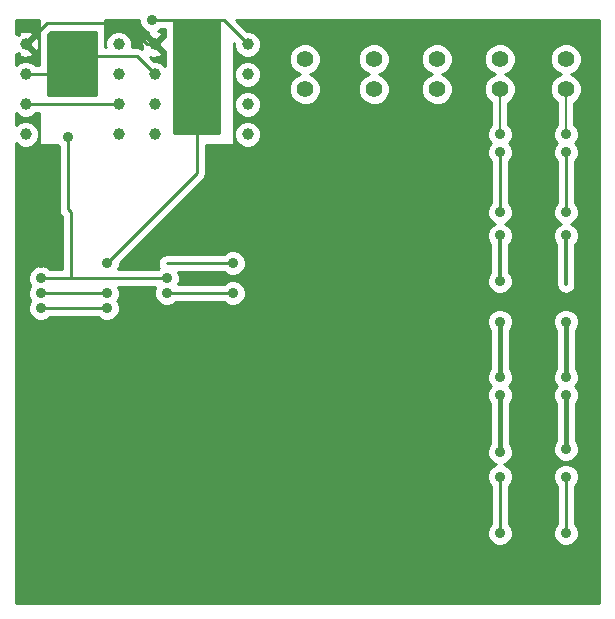
<source format=gbl>
G04 (created by PCBNEW (2013-07-07 BZR 4022)-stable) date 1/30/2014 9:36:02 PM*
%MOIN*%
G04 Gerber Fmt 3.4, Leading zero omitted, Abs format*
%FSLAX34Y34*%
G01*
G70*
G90*
G04 APERTURE LIST*
%ADD10C,0.00590551*%
%ADD11C,0.055*%
%ADD12C,0.0393701*%
%ADD13C,0.035*%
%ADD14C,0.01*%
%ADD15C,0.016*%
%ADD16C,0.018*%
%ADD17C,0.008*%
%ADD18C,0.014*%
G04 APERTURE END LIST*
G54D10*
G54D11*
X92700Y-48300D03*
X92700Y-49300D03*
X88500Y-48300D03*
X88500Y-49300D03*
X86200Y-48300D03*
X86200Y-49300D03*
X90600Y-48300D03*
X90600Y-49300D03*
X94900Y-48300D03*
X94900Y-49300D03*
G54D12*
X81200Y-47800D03*
X81200Y-48800D03*
X81200Y-49800D03*
X81200Y-50800D03*
X84300Y-50800D03*
X84300Y-49800D03*
X84300Y-48800D03*
X84300Y-47800D03*
X76900Y-47800D03*
X76900Y-48800D03*
X76900Y-49800D03*
X76900Y-50800D03*
X80000Y-50800D03*
X80000Y-49800D03*
X80000Y-48800D03*
X80000Y-47800D03*
G54D13*
X77400Y-55100D03*
X81200Y-47800D03*
X76900Y-47800D03*
X81000Y-55100D03*
X94900Y-65259D03*
X92700Y-65259D03*
X90600Y-65259D03*
X88500Y-65259D03*
X86200Y-65259D03*
X92700Y-57050D03*
X92700Y-58900D03*
X94900Y-57050D03*
X94900Y-58900D03*
X94900Y-59495D03*
X94900Y-61300D03*
X92700Y-59495D03*
X92700Y-61400D03*
X76900Y-49800D03*
X80000Y-49800D03*
X94900Y-62213D03*
X94900Y-64100D03*
X92700Y-49300D03*
X92700Y-50800D03*
X94900Y-49300D03*
X94900Y-50800D03*
X77400Y-56600D03*
X79600Y-56600D03*
X81600Y-56100D03*
X83800Y-56100D03*
X94900Y-51400D03*
X94900Y-53400D03*
X94900Y-54175D03*
X92700Y-51400D03*
X92700Y-53400D03*
X92700Y-54175D03*
X92700Y-55700D03*
X92700Y-62213D03*
X92700Y-64100D03*
X77400Y-56100D03*
X79600Y-56100D03*
X78300Y-50900D03*
X78400Y-48800D03*
X81200Y-48800D03*
X76900Y-48800D03*
X77400Y-55600D03*
X81600Y-55600D03*
X79604Y-55100D03*
X84300Y-47800D03*
X81100Y-47000D03*
X83804Y-55100D03*
G54D14*
X81200Y-47800D02*
X80950Y-47800D01*
X77600Y-47100D02*
X76900Y-47800D01*
X80250Y-47100D02*
X77600Y-47100D01*
X80950Y-47800D02*
X80250Y-47100D01*
X94900Y-65259D02*
X94900Y-65300D01*
X92700Y-65259D02*
X92700Y-65300D01*
X90600Y-65259D02*
X90600Y-65300D01*
X88400Y-65300D02*
X88459Y-65300D01*
X88459Y-65300D02*
X88500Y-65259D01*
X86200Y-65259D02*
X86200Y-65300D01*
G54D15*
X92700Y-58900D02*
X92700Y-57050D01*
X94900Y-58900D02*
X94900Y-57050D01*
G54D16*
X94900Y-61300D02*
X94900Y-59495D01*
X92700Y-61400D02*
X92700Y-59495D01*
G54D14*
X76900Y-49800D02*
X80000Y-49800D01*
X94900Y-64100D02*
X94900Y-62213D01*
G54D17*
X92700Y-49300D02*
X92700Y-50800D01*
X94900Y-49300D02*
X94900Y-50800D01*
G54D14*
X79600Y-56600D02*
X77400Y-56600D01*
X81600Y-56100D02*
X83800Y-56100D01*
X94900Y-53400D02*
X94900Y-51400D01*
G54D18*
X94900Y-54175D02*
X94900Y-55800D01*
G54D14*
X92700Y-53400D02*
X92700Y-51400D01*
G54D18*
X92700Y-55700D02*
X92700Y-54175D01*
G54D14*
X92700Y-64100D02*
X92700Y-62213D01*
X79600Y-56100D02*
X77400Y-56100D01*
X80600Y-48200D02*
X79000Y-48200D01*
X81200Y-48800D02*
X80600Y-48200D01*
X79000Y-48200D02*
X78400Y-48800D01*
X78400Y-55600D02*
X78400Y-53400D01*
X78400Y-53400D02*
X78300Y-53300D01*
X78300Y-53300D02*
X78300Y-50900D01*
X78400Y-48800D02*
X76900Y-48800D01*
X77400Y-55600D02*
X78400Y-55600D01*
X78400Y-55600D02*
X81600Y-55600D01*
X82600Y-47000D02*
X82600Y-52104D01*
X82600Y-52104D02*
X79604Y-55100D01*
X84300Y-47800D02*
X83500Y-47000D01*
X83500Y-47000D02*
X82600Y-47000D01*
X82600Y-47000D02*
X81100Y-47000D01*
X83804Y-55100D02*
X81600Y-55100D01*
G54D10*
G36*
X77350Y-48500D02*
X77231Y-48500D01*
X77153Y-48421D01*
X77140Y-48415D01*
X76989Y-48353D01*
X76811Y-48353D01*
X76647Y-48420D01*
X76579Y-48488D01*
X76579Y-48122D01*
X76613Y-48156D01*
X76659Y-48111D01*
X76674Y-48195D01*
X76842Y-48252D01*
X77020Y-48239D01*
X77125Y-48195D01*
X77140Y-48111D01*
X76900Y-47870D01*
X76894Y-47876D01*
X76823Y-47805D01*
X76829Y-47800D01*
X76823Y-47794D01*
X76894Y-47723D01*
X76900Y-47729D01*
X77140Y-47488D01*
X77125Y-47404D01*
X76957Y-47347D01*
X76779Y-47360D01*
X76674Y-47404D01*
X76659Y-47488D01*
X76613Y-47443D01*
X76579Y-47477D01*
X76579Y-46979D01*
X77350Y-46979D01*
X77350Y-47828D01*
X77339Y-47679D01*
X77295Y-47574D01*
X77211Y-47559D01*
X77140Y-47630D01*
X76970Y-47800D01*
X77211Y-48040D01*
X77295Y-48025D01*
X77350Y-47863D01*
X77350Y-48500D01*
X77350Y-48500D01*
G37*
G54D14*
X77350Y-48500D02*
X77231Y-48500D01*
X77153Y-48421D01*
X77140Y-48415D01*
X76989Y-48353D01*
X76811Y-48353D01*
X76647Y-48420D01*
X76579Y-48488D01*
X76579Y-48122D01*
X76613Y-48156D01*
X76659Y-48111D01*
X76674Y-48195D01*
X76842Y-48252D01*
X77020Y-48239D01*
X77125Y-48195D01*
X77140Y-48111D01*
X76900Y-47870D01*
X76894Y-47876D01*
X76823Y-47805D01*
X76829Y-47800D01*
X76823Y-47794D01*
X76894Y-47723D01*
X76900Y-47729D01*
X77140Y-47488D01*
X77125Y-47404D01*
X76957Y-47347D01*
X76779Y-47360D01*
X76674Y-47404D01*
X76659Y-47488D01*
X76613Y-47443D01*
X76579Y-47477D01*
X76579Y-46979D01*
X77350Y-46979D01*
X77350Y-47828D01*
X77339Y-47679D01*
X77295Y-47574D01*
X77211Y-47559D01*
X77140Y-47630D01*
X76970Y-47800D01*
X77211Y-48040D01*
X77295Y-48025D01*
X77350Y-47863D01*
X77350Y-48500D01*
G54D10*
G36*
X81550Y-48518D02*
X81453Y-48421D01*
X81289Y-48353D01*
X81177Y-48353D01*
X81042Y-48218D01*
X81142Y-48252D01*
X81320Y-48239D01*
X81425Y-48195D01*
X81440Y-48111D01*
X81200Y-47870D01*
X81194Y-47876D01*
X81123Y-47805D01*
X81129Y-47800D01*
X80888Y-47559D01*
X80804Y-47574D01*
X80747Y-47742D01*
X80760Y-47920D01*
X80779Y-47966D01*
X80714Y-47922D01*
X80600Y-47900D01*
X80442Y-47900D01*
X80446Y-47889D01*
X80446Y-47711D01*
X80379Y-47547D01*
X80253Y-47421D01*
X80089Y-47353D01*
X79911Y-47353D01*
X79747Y-47420D01*
X79621Y-47546D01*
X79553Y-47710D01*
X79553Y-47888D01*
X79557Y-47900D01*
X79550Y-47900D01*
X79550Y-46979D01*
X80675Y-46979D01*
X80674Y-47084D01*
X80739Y-47240D01*
X80858Y-47360D01*
X80973Y-47407D01*
X80959Y-47488D01*
X81200Y-47729D01*
X81440Y-47488D01*
X81425Y-47404D01*
X81319Y-47368D01*
X81340Y-47360D01*
X81401Y-47300D01*
X81550Y-47300D01*
X81550Y-47566D01*
X81511Y-47559D01*
X81270Y-47800D01*
X81511Y-48040D01*
X81550Y-48033D01*
X81550Y-48518D01*
X81550Y-48518D01*
G37*
G54D14*
X81550Y-48518D02*
X81453Y-48421D01*
X81289Y-48353D01*
X81177Y-48353D01*
X81042Y-48218D01*
X81142Y-48252D01*
X81320Y-48239D01*
X81425Y-48195D01*
X81440Y-48111D01*
X81200Y-47870D01*
X81194Y-47876D01*
X81123Y-47805D01*
X81129Y-47800D01*
X80888Y-47559D01*
X80804Y-47574D01*
X80747Y-47742D01*
X80760Y-47920D01*
X80779Y-47966D01*
X80714Y-47922D01*
X80600Y-47900D01*
X80442Y-47900D01*
X80446Y-47889D01*
X80446Y-47711D01*
X80379Y-47547D01*
X80253Y-47421D01*
X80089Y-47353D01*
X79911Y-47353D01*
X79747Y-47420D01*
X79621Y-47546D01*
X79553Y-47710D01*
X79553Y-47888D01*
X79557Y-47900D01*
X79550Y-47900D01*
X79550Y-46979D01*
X80675Y-46979D01*
X80674Y-47084D01*
X80739Y-47240D01*
X80858Y-47360D01*
X80973Y-47407D01*
X80959Y-47488D01*
X81200Y-47729D01*
X81440Y-47488D01*
X81425Y-47404D01*
X81319Y-47368D01*
X81340Y-47360D01*
X81401Y-47300D01*
X81550Y-47300D01*
X81550Y-47566D01*
X81511Y-47559D01*
X81270Y-47800D01*
X81511Y-48040D01*
X81550Y-48033D01*
X81550Y-48518D01*
G54D10*
G36*
X96020Y-66420D02*
X95425Y-66420D01*
X95425Y-49196D01*
X95345Y-49003D01*
X95197Y-48855D01*
X95064Y-48799D01*
X95197Y-48745D01*
X95344Y-48597D01*
X95424Y-48404D01*
X95425Y-48196D01*
X95345Y-48003D01*
X95197Y-47855D01*
X95004Y-47775D01*
X94796Y-47774D01*
X94603Y-47854D01*
X94455Y-48002D01*
X94375Y-48195D01*
X94374Y-48403D01*
X94454Y-48597D01*
X94602Y-48744D01*
X94735Y-48800D01*
X94603Y-48854D01*
X94455Y-49002D01*
X94375Y-49195D01*
X94374Y-49403D01*
X94454Y-49597D01*
X94602Y-49744D01*
X94610Y-49748D01*
X94610Y-50488D01*
X94539Y-50558D01*
X94475Y-50715D01*
X94474Y-50884D01*
X94539Y-51040D01*
X94598Y-51099D01*
X94539Y-51158D01*
X94475Y-51315D01*
X94474Y-51484D01*
X94539Y-51640D01*
X94600Y-51701D01*
X94600Y-53098D01*
X94539Y-53158D01*
X94475Y-53315D01*
X94474Y-53484D01*
X94539Y-53640D01*
X94658Y-53760D01*
X94724Y-53787D01*
X94659Y-53814D01*
X94539Y-53933D01*
X94475Y-54090D01*
X94474Y-54259D01*
X94539Y-54415D01*
X94580Y-54456D01*
X94580Y-55800D01*
X94604Y-55922D01*
X94673Y-56026D01*
X94777Y-56095D01*
X94900Y-56120D01*
X95022Y-56095D01*
X95126Y-56026D01*
X95195Y-55922D01*
X95220Y-55800D01*
X95220Y-54456D01*
X95260Y-54416D01*
X95324Y-54259D01*
X95325Y-54090D01*
X95260Y-53934D01*
X95141Y-53814D01*
X95075Y-53787D01*
X95140Y-53760D01*
X95260Y-53641D01*
X95324Y-53484D01*
X95325Y-53315D01*
X95260Y-53159D01*
X95200Y-53098D01*
X95200Y-51701D01*
X95260Y-51641D01*
X95324Y-51484D01*
X95325Y-51315D01*
X95260Y-51159D01*
X95201Y-51100D01*
X95260Y-51041D01*
X95324Y-50884D01*
X95325Y-50715D01*
X95260Y-50559D01*
X95190Y-50488D01*
X95190Y-49748D01*
X95197Y-49745D01*
X95344Y-49597D01*
X95424Y-49404D01*
X95425Y-49196D01*
X95425Y-66420D01*
X95325Y-66420D01*
X95325Y-64015D01*
X95260Y-63859D01*
X95200Y-63798D01*
X95200Y-62514D01*
X95260Y-62454D01*
X95324Y-62297D01*
X95325Y-62128D01*
X95325Y-61215D01*
X95260Y-61059D01*
X95240Y-61039D01*
X95240Y-59756D01*
X95260Y-59736D01*
X95324Y-59579D01*
X95325Y-59410D01*
X95260Y-59254D01*
X95203Y-59197D01*
X95260Y-59141D01*
X95324Y-58984D01*
X95325Y-58815D01*
X95260Y-58659D01*
X95230Y-58629D01*
X95230Y-57321D01*
X95260Y-57291D01*
X95324Y-57134D01*
X95325Y-56965D01*
X95260Y-56809D01*
X95141Y-56689D01*
X94984Y-56625D01*
X94815Y-56624D01*
X94659Y-56689D01*
X94539Y-56808D01*
X94475Y-56965D01*
X94474Y-57134D01*
X94539Y-57290D01*
X94570Y-57320D01*
X94570Y-58628D01*
X94539Y-58658D01*
X94475Y-58815D01*
X94474Y-58984D01*
X94539Y-59140D01*
X94596Y-59197D01*
X94539Y-59253D01*
X94475Y-59410D01*
X94474Y-59579D01*
X94539Y-59735D01*
X94560Y-59755D01*
X94560Y-61038D01*
X94539Y-61058D01*
X94475Y-61215D01*
X94474Y-61384D01*
X94539Y-61540D01*
X94658Y-61660D01*
X94815Y-61724D01*
X94984Y-61725D01*
X95140Y-61660D01*
X95260Y-61541D01*
X95324Y-61384D01*
X95325Y-61215D01*
X95325Y-62128D01*
X95260Y-61972D01*
X95141Y-61852D01*
X94984Y-61788D01*
X94815Y-61787D01*
X94659Y-61852D01*
X94539Y-61971D01*
X94475Y-62128D01*
X94474Y-62297D01*
X94539Y-62453D01*
X94600Y-62514D01*
X94600Y-63798D01*
X94539Y-63858D01*
X94475Y-64015D01*
X94474Y-64184D01*
X94539Y-64340D01*
X94658Y-64460D01*
X94815Y-64524D01*
X94984Y-64525D01*
X95140Y-64460D01*
X95260Y-64341D01*
X95324Y-64184D01*
X95325Y-64015D01*
X95325Y-66420D01*
X93225Y-66420D01*
X93225Y-49196D01*
X93145Y-49003D01*
X92997Y-48855D01*
X92864Y-48799D01*
X92997Y-48745D01*
X93144Y-48597D01*
X93224Y-48404D01*
X93225Y-48196D01*
X93145Y-48003D01*
X92997Y-47855D01*
X92804Y-47775D01*
X92596Y-47774D01*
X92403Y-47854D01*
X92255Y-48002D01*
X92175Y-48195D01*
X92174Y-48403D01*
X92254Y-48597D01*
X92402Y-48744D01*
X92535Y-48800D01*
X92403Y-48854D01*
X92255Y-49002D01*
X92175Y-49195D01*
X92174Y-49403D01*
X92254Y-49597D01*
X92402Y-49744D01*
X92410Y-49748D01*
X92410Y-50488D01*
X92339Y-50558D01*
X92275Y-50715D01*
X92274Y-50884D01*
X92339Y-51040D01*
X92398Y-51099D01*
X92339Y-51158D01*
X92275Y-51315D01*
X92274Y-51484D01*
X92339Y-51640D01*
X92400Y-51701D01*
X92400Y-53098D01*
X92339Y-53158D01*
X92275Y-53315D01*
X92274Y-53484D01*
X92339Y-53640D01*
X92458Y-53760D01*
X92524Y-53787D01*
X92459Y-53814D01*
X92339Y-53933D01*
X92275Y-54090D01*
X92274Y-54259D01*
X92339Y-54415D01*
X92380Y-54456D01*
X92380Y-55418D01*
X92339Y-55458D01*
X92275Y-55615D01*
X92274Y-55784D01*
X92339Y-55940D01*
X92458Y-56060D01*
X92615Y-56124D01*
X92784Y-56125D01*
X92940Y-56060D01*
X93060Y-55941D01*
X93124Y-55784D01*
X93125Y-55615D01*
X93060Y-55459D01*
X93020Y-55418D01*
X93020Y-54456D01*
X93060Y-54416D01*
X93124Y-54259D01*
X93125Y-54090D01*
X93060Y-53934D01*
X92941Y-53814D01*
X92875Y-53787D01*
X92940Y-53760D01*
X93060Y-53641D01*
X93124Y-53484D01*
X93125Y-53315D01*
X93060Y-53159D01*
X93000Y-53098D01*
X93000Y-51701D01*
X93060Y-51641D01*
X93124Y-51484D01*
X93125Y-51315D01*
X93060Y-51159D01*
X93001Y-51100D01*
X93060Y-51041D01*
X93124Y-50884D01*
X93125Y-50715D01*
X93060Y-50559D01*
X92990Y-50488D01*
X92990Y-49748D01*
X92997Y-49745D01*
X93144Y-49597D01*
X93224Y-49404D01*
X93225Y-49196D01*
X93225Y-66420D01*
X93125Y-66420D01*
X93125Y-64015D01*
X93060Y-63859D01*
X93000Y-63798D01*
X93000Y-62514D01*
X93060Y-62454D01*
X93124Y-62297D01*
X93125Y-62128D01*
X93060Y-61972D01*
X92941Y-61852D01*
X92829Y-61806D01*
X92940Y-61760D01*
X93060Y-61641D01*
X93124Y-61484D01*
X93125Y-61315D01*
X93060Y-61159D01*
X93040Y-61139D01*
X93040Y-59756D01*
X93060Y-59736D01*
X93124Y-59579D01*
X93125Y-59410D01*
X93060Y-59254D01*
X93003Y-59197D01*
X93060Y-59141D01*
X93124Y-58984D01*
X93125Y-58815D01*
X93060Y-58659D01*
X93030Y-58629D01*
X93030Y-57321D01*
X93060Y-57291D01*
X93124Y-57134D01*
X93125Y-56965D01*
X93060Y-56809D01*
X92941Y-56689D01*
X92784Y-56625D01*
X92615Y-56624D01*
X92459Y-56689D01*
X92339Y-56808D01*
X92275Y-56965D01*
X92274Y-57134D01*
X92339Y-57290D01*
X92370Y-57320D01*
X92370Y-58628D01*
X92339Y-58658D01*
X92275Y-58815D01*
X92274Y-58984D01*
X92339Y-59140D01*
X92396Y-59197D01*
X92339Y-59253D01*
X92275Y-59410D01*
X92274Y-59579D01*
X92339Y-59735D01*
X92360Y-59755D01*
X92360Y-61138D01*
X92339Y-61158D01*
X92275Y-61315D01*
X92274Y-61484D01*
X92339Y-61640D01*
X92458Y-61760D01*
X92570Y-61806D01*
X92459Y-61852D01*
X92339Y-61971D01*
X92275Y-62128D01*
X92274Y-62297D01*
X92339Y-62453D01*
X92400Y-62514D01*
X92400Y-63798D01*
X92339Y-63858D01*
X92275Y-64015D01*
X92274Y-64184D01*
X92339Y-64340D01*
X92458Y-64460D01*
X92615Y-64524D01*
X92784Y-64525D01*
X92940Y-64460D01*
X93060Y-64341D01*
X93124Y-64184D01*
X93125Y-64015D01*
X93125Y-66420D01*
X91125Y-66420D01*
X91125Y-49196D01*
X91045Y-49003D01*
X90897Y-48855D01*
X90764Y-48799D01*
X90897Y-48745D01*
X91044Y-48597D01*
X91124Y-48404D01*
X91125Y-48196D01*
X91045Y-48003D01*
X90897Y-47855D01*
X90704Y-47775D01*
X90496Y-47774D01*
X90303Y-47854D01*
X90155Y-48002D01*
X90075Y-48195D01*
X90074Y-48403D01*
X90154Y-48597D01*
X90302Y-48744D01*
X90435Y-48800D01*
X90303Y-48854D01*
X90155Y-49002D01*
X90075Y-49195D01*
X90074Y-49403D01*
X90154Y-49597D01*
X90302Y-49744D01*
X90495Y-49824D01*
X90703Y-49825D01*
X90897Y-49745D01*
X91044Y-49597D01*
X91124Y-49404D01*
X91125Y-49196D01*
X91125Y-66420D01*
X89025Y-66420D01*
X89025Y-49196D01*
X88945Y-49003D01*
X88797Y-48855D01*
X88664Y-48799D01*
X88797Y-48745D01*
X88944Y-48597D01*
X89024Y-48404D01*
X89025Y-48196D01*
X88945Y-48003D01*
X88797Y-47855D01*
X88604Y-47775D01*
X88396Y-47774D01*
X88203Y-47854D01*
X88055Y-48002D01*
X87975Y-48195D01*
X87974Y-48403D01*
X88054Y-48597D01*
X88202Y-48744D01*
X88335Y-48800D01*
X88203Y-48854D01*
X88055Y-49002D01*
X87975Y-49195D01*
X87974Y-49403D01*
X88054Y-49597D01*
X88202Y-49744D01*
X88395Y-49824D01*
X88603Y-49825D01*
X88797Y-49745D01*
X88944Y-49597D01*
X89024Y-49404D01*
X89025Y-49196D01*
X89025Y-66420D01*
X86725Y-66420D01*
X86725Y-49196D01*
X86645Y-49003D01*
X86497Y-48855D01*
X86364Y-48799D01*
X86497Y-48745D01*
X86644Y-48597D01*
X86724Y-48404D01*
X86725Y-48196D01*
X86645Y-48003D01*
X86497Y-47855D01*
X86304Y-47775D01*
X86096Y-47774D01*
X85903Y-47854D01*
X85755Y-48002D01*
X85675Y-48195D01*
X85674Y-48403D01*
X85754Y-48597D01*
X85902Y-48744D01*
X86035Y-48800D01*
X85903Y-48854D01*
X85755Y-49002D01*
X85675Y-49195D01*
X85674Y-49403D01*
X85754Y-49597D01*
X85902Y-49744D01*
X86095Y-49824D01*
X86303Y-49825D01*
X86497Y-49745D01*
X86644Y-49597D01*
X86724Y-49404D01*
X86725Y-49196D01*
X86725Y-66420D01*
X84746Y-66420D01*
X84746Y-50711D01*
X84746Y-49711D01*
X84746Y-48711D01*
X84679Y-48547D01*
X84553Y-48421D01*
X84389Y-48353D01*
X84211Y-48353D01*
X84047Y-48420D01*
X83921Y-48546D01*
X83853Y-48710D01*
X83853Y-48888D01*
X83920Y-49052D01*
X84046Y-49178D01*
X84210Y-49246D01*
X84388Y-49246D01*
X84552Y-49179D01*
X84678Y-49053D01*
X84746Y-48889D01*
X84746Y-48711D01*
X84746Y-49711D01*
X84679Y-49547D01*
X84553Y-49421D01*
X84389Y-49353D01*
X84211Y-49353D01*
X84047Y-49420D01*
X83921Y-49546D01*
X83853Y-49710D01*
X83853Y-49888D01*
X83920Y-50052D01*
X84046Y-50178D01*
X84210Y-50246D01*
X84388Y-50246D01*
X84552Y-50179D01*
X84678Y-50053D01*
X84746Y-49889D01*
X84746Y-49711D01*
X84746Y-50711D01*
X84679Y-50547D01*
X84553Y-50421D01*
X84389Y-50353D01*
X84211Y-50353D01*
X84047Y-50420D01*
X83921Y-50546D01*
X83853Y-50710D01*
X83853Y-50888D01*
X83920Y-51052D01*
X84046Y-51178D01*
X84210Y-51246D01*
X84388Y-51246D01*
X84552Y-51179D01*
X84678Y-51053D01*
X84746Y-50889D01*
X84746Y-50711D01*
X84746Y-66420D01*
X76579Y-66420D01*
X76579Y-51111D01*
X76646Y-51178D01*
X76810Y-51246D01*
X76988Y-51246D01*
X77152Y-51179D01*
X77278Y-51053D01*
X77346Y-50889D01*
X77346Y-50711D01*
X77279Y-50547D01*
X77153Y-50421D01*
X76989Y-50353D01*
X76811Y-50353D01*
X76647Y-50420D01*
X76579Y-50488D01*
X76579Y-50111D01*
X76646Y-50178D01*
X76810Y-50246D01*
X76988Y-50246D01*
X77152Y-50179D01*
X77231Y-50100D01*
X77350Y-50100D01*
X77350Y-51150D01*
X77949Y-51150D01*
X78000Y-51201D01*
X78000Y-53300D01*
X78022Y-53414D01*
X78087Y-53512D01*
X78100Y-53524D01*
X78100Y-55300D01*
X77701Y-55300D01*
X77641Y-55239D01*
X77484Y-55175D01*
X77315Y-55174D01*
X77159Y-55239D01*
X77039Y-55358D01*
X76975Y-55515D01*
X76974Y-55684D01*
X77039Y-55840D01*
X77048Y-55849D01*
X77039Y-55858D01*
X76975Y-56015D01*
X76974Y-56184D01*
X77039Y-56340D01*
X77048Y-56349D01*
X77039Y-56358D01*
X76975Y-56515D01*
X76974Y-56684D01*
X77039Y-56840D01*
X77158Y-56960D01*
X77315Y-57024D01*
X77484Y-57025D01*
X77640Y-56960D01*
X77701Y-56900D01*
X79298Y-56900D01*
X79358Y-56960D01*
X79515Y-57024D01*
X79684Y-57025D01*
X79840Y-56960D01*
X79960Y-56841D01*
X80024Y-56684D01*
X80025Y-56515D01*
X79960Y-56359D01*
X79951Y-56350D01*
X79960Y-56341D01*
X80024Y-56184D01*
X80025Y-56015D01*
X79977Y-55900D01*
X81222Y-55900D01*
X81175Y-56015D01*
X81174Y-56184D01*
X81239Y-56340D01*
X81358Y-56460D01*
X81515Y-56524D01*
X81684Y-56525D01*
X81840Y-56460D01*
X81901Y-56400D01*
X83498Y-56400D01*
X83558Y-56460D01*
X83715Y-56524D01*
X83884Y-56525D01*
X84040Y-56460D01*
X84160Y-56341D01*
X84224Y-56184D01*
X84225Y-56015D01*
X84160Y-55859D01*
X84041Y-55739D01*
X83884Y-55675D01*
X83715Y-55674D01*
X83559Y-55739D01*
X83498Y-55800D01*
X81977Y-55800D01*
X82024Y-55684D01*
X82025Y-55515D01*
X81977Y-55400D01*
X83503Y-55400D01*
X83563Y-55460D01*
X83719Y-55524D01*
X83888Y-55525D01*
X84045Y-55460D01*
X84164Y-55341D01*
X84229Y-55184D01*
X84229Y-55015D01*
X84165Y-54859D01*
X84045Y-54739D01*
X83889Y-54675D01*
X83720Y-54674D01*
X83564Y-54739D01*
X83503Y-54800D01*
X81600Y-54800D01*
X81485Y-54822D01*
X81387Y-54887D01*
X81322Y-54985D01*
X81300Y-55100D01*
X81322Y-55214D01*
X81347Y-55251D01*
X81298Y-55300D01*
X79981Y-55300D01*
X80029Y-55184D01*
X80029Y-55099D01*
X82812Y-52316D01*
X82812Y-52316D01*
X82877Y-52219D01*
X82899Y-52104D01*
X82900Y-52104D01*
X82900Y-51150D01*
X83850Y-51150D01*
X83850Y-47774D01*
X83853Y-47777D01*
X83853Y-47888D01*
X83920Y-48052D01*
X84046Y-48178D01*
X84210Y-48246D01*
X84388Y-48246D01*
X84552Y-48179D01*
X84678Y-48053D01*
X84746Y-47889D01*
X84746Y-47711D01*
X84679Y-47547D01*
X84553Y-47421D01*
X84389Y-47353D01*
X84277Y-47353D01*
X83903Y-46979D01*
X96020Y-46979D01*
X96020Y-66420D01*
X96020Y-66420D01*
G37*
G54D14*
X96020Y-66420D02*
X95425Y-66420D01*
X95425Y-49196D01*
X95345Y-49003D01*
X95197Y-48855D01*
X95064Y-48799D01*
X95197Y-48745D01*
X95344Y-48597D01*
X95424Y-48404D01*
X95425Y-48196D01*
X95345Y-48003D01*
X95197Y-47855D01*
X95004Y-47775D01*
X94796Y-47774D01*
X94603Y-47854D01*
X94455Y-48002D01*
X94375Y-48195D01*
X94374Y-48403D01*
X94454Y-48597D01*
X94602Y-48744D01*
X94735Y-48800D01*
X94603Y-48854D01*
X94455Y-49002D01*
X94375Y-49195D01*
X94374Y-49403D01*
X94454Y-49597D01*
X94602Y-49744D01*
X94610Y-49748D01*
X94610Y-50488D01*
X94539Y-50558D01*
X94475Y-50715D01*
X94474Y-50884D01*
X94539Y-51040D01*
X94598Y-51099D01*
X94539Y-51158D01*
X94475Y-51315D01*
X94474Y-51484D01*
X94539Y-51640D01*
X94600Y-51701D01*
X94600Y-53098D01*
X94539Y-53158D01*
X94475Y-53315D01*
X94474Y-53484D01*
X94539Y-53640D01*
X94658Y-53760D01*
X94724Y-53787D01*
X94659Y-53814D01*
X94539Y-53933D01*
X94475Y-54090D01*
X94474Y-54259D01*
X94539Y-54415D01*
X94580Y-54456D01*
X94580Y-55800D01*
X94604Y-55922D01*
X94673Y-56026D01*
X94777Y-56095D01*
X94900Y-56120D01*
X95022Y-56095D01*
X95126Y-56026D01*
X95195Y-55922D01*
X95220Y-55800D01*
X95220Y-54456D01*
X95260Y-54416D01*
X95324Y-54259D01*
X95325Y-54090D01*
X95260Y-53934D01*
X95141Y-53814D01*
X95075Y-53787D01*
X95140Y-53760D01*
X95260Y-53641D01*
X95324Y-53484D01*
X95325Y-53315D01*
X95260Y-53159D01*
X95200Y-53098D01*
X95200Y-51701D01*
X95260Y-51641D01*
X95324Y-51484D01*
X95325Y-51315D01*
X95260Y-51159D01*
X95201Y-51100D01*
X95260Y-51041D01*
X95324Y-50884D01*
X95325Y-50715D01*
X95260Y-50559D01*
X95190Y-50488D01*
X95190Y-49748D01*
X95197Y-49745D01*
X95344Y-49597D01*
X95424Y-49404D01*
X95425Y-49196D01*
X95425Y-66420D01*
X95325Y-66420D01*
X95325Y-64015D01*
X95260Y-63859D01*
X95200Y-63798D01*
X95200Y-62514D01*
X95260Y-62454D01*
X95324Y-62297D01*
X95325Y-62128D01*
X95325Y-61215D01*
X95260Y-61059D01*
X95240Y-61039D01*
X95240Y-59756D01*
X95260Y-59736D01*
X95324Y-59579D01*
X95325Y-59410D01*
X95260Y-59254D01*
X95203Y-59197D01*
X95260Y-59141D01*
X95324Y-58984D01*
X95325Y-58815D01*
X95260Y-58659D01*
X95230Y-58629D01*
X95230Y-57321D01*
X95260Y-57291D01*
X95324Y-57134D01*
X95325Y-56965D01*
X95260Y-56809D01*
X95141Y-56689D01*
X94984Y-56625D01*
X94815Y-56624D01*
X94659Y-56689D01*
X94539Y-56808D01*
X94475Y-56965D01*
X94474Y-57134D01*
X94539Y-57290D01*
X94570Y-57320D01*
X94570Y-58628D01*
X94539Y-58658D01*
X94475Y-58815D01*
X94474Y-58984D01*
X94539Y-59140D01*
X94596Y-59197D01*
X94539Y-59253D01*
X94475Y-59410D01*
X94474Y-59579D01*
X94539Y-59735D01*
X94560Y-59755D01*
X94560Y-61038D01*
X94539Y-61058D01*
X94475Y-61215D01*
X94474Y-61384D01*
X94539Y-61540D01*
X94658Y-61660D01*
X94815Y-61724D01*
X94984Y-61725D01*
X95140Y-61660D01*
X95260Y-61541D01*
X95324Y-61384D01*
X95325Y-61215D01*
X95325Y-62128D01*
X95260Y-61972D01*
X95141Y-61852D01*
X94984Y-61788D01*
X94815Y-61787D01*
X94659Y-61852D01*
X94539Y-61971D01*
X94475Y-62128D01*
X94474Y-62297D01*
X94539Y-62453D01*
X94600Y-62514D01*
X94600Y-63798D01*
X94539Y-63858D01*
X94475Y-64015D01*
X94474Y-64184D01*
X94539Y-64340D01*
X94658Y-64460D01*
X94815Y-64524D01*
X94984Y-64525D01*
X95140Y-64460D01*
X95260Y-64341D01*
X95324Y-64184D01*
X95325Y-64015D01*
X95325Y-66420D01*
X93225Y-66420D01*
X93225Y-49196D01*
X93145Y-49003D01*
X92997Y-48855D01*
X92864Y-48799D01*
X92997Y-48745D01*
X93144Y-48597D01*
X93224Y-48404D01*
X93225Y-48196D01*
X93145Y-48003D01*
X92997Y-47855D01*
X92804Y-47775D01*
X92596Y-47774D01*
X92403Y-47854D01*
X92255Y-48002D01*
X92175Y-48195D01*
X92174Y-48403D01*
X92254Y-48597D01*
X92402Y-48744D01*
X92535Y-48800D01*
X92403Y-48854D01*
X92255Y-49002D01*
X92175Y-49195D01*
X92174Y-49403D01*
X92254Y-49597D01*
X92402Y-49744D01*
X92410Y-49748D01*
X92410Y-50488D01*
X92339Y-50558D01*
X92275Y-50715D01*
X92274Y-50884D01*
X92339Y-51040D01*
X92398Y-51099D01*
X92339Y-51158D01*
X92275Y-51315D01*
X92274Y-51484D01*
X92339Y-51640D01*
X92400Y-51701D01*
X92400Y-53098D01*
X92339Y-53158D01*
X92275Y-53315D01*
X92274Y-53484D01*
X92339Y-53640D01*
X92458Y-53760D01*
X92524Y-53787D01*
X92459Y-53814D01*
X92339Y-53933D01*
X92275Y-54090D01*
X92274Y-54259D01*
X92339Y-54415D01*
X92380Y-54456D01*
X92380Y-55418D01*
X92339Y-55458D01*
X92275Y-55615D01*
X92274Y-55784D01*
X92339Y-55940D01*
X92458Y-56060D01*
X92615Y-56124D01*
X92784Y-56125D01*
X92940Y-56060D01*
X93060Y-55941D01*
X93124Y-55784D01*
X93125Y-55615D01*
X93060Y-55459D01*
X93020Y-55418D01*
X93020Y-54456D01*
X93060Y-54416D01*
X93124Y-54259D01*
X93125Y-54090D01*
X93060Y-53934D01*
X92941Y-53814D01*
X92875Y-53787D01*
X92940Y-53760D01*
X93060Y-53641D01*
X93124Y-53484D01*
X93125Y-53315D01*
X93060Y-53159D01*
X93000Y-53098D01*
X93000Y-51701D01*
X93060Y-51641D01*
X93124Y-51484D01*
X93125Y-51315D01*
X93060Y-51159D01*
X93001Y-51100D01*
X93060Y-51041D01*
X93124Y-50884D01*
X93125Y-50715D01*
X93060Y-50559D01*
X92990Y-50488D01*
X92990Y-49748D01*
X92997Y-49745D01*
X93144Y-49597D01*
X93224Y-49404D01*
X93225Y-49196D01*
X93225Y-66420D01*
X93125Y-66420D01*
X93125Y-64015D01*
X93060Y-63859D01*
X93000Y-63798D01*
X93000Y-62514D01*
X93060Y-62454D01*
X93124Y-62297D01*
X93125Y-62128D01*
X93060Y-61972D01*
X92941Y-61852D01*
X92829Y-61806D01*
X92940Y-61760D01*
X93060Y-61641D01*
X93124Y-61484D01*
X93125Y-61315D01*
X93060Y-61159D01*
X93040Y-61139D01*
X93040Y-59756D01*
X93060Y-59736D01*
X93124Y-59579D01*
X93125Y-59410D01*
X93060Y-59254D01*
X93003Y-59197D01*
X93060Y-59141D01*
X93124Y-58984D01*
X93125Y-58815D01*
X93060Y-58659D01*
X93030Y-58629D01*
X93030Y-57321D01*
X93060Y-57291D01*
X93124Y-57134D01*
X93125Y-56965D01*
X93060Y-56809D01*
X92941Y-56689D01*
X92784Y-56625D01*
X92615Y-56624D01*
X92459Y-56689D01*
X92339Y-56808D01*
X92275Y-56965D01*
X92274Y-57134D01*
X92339Y-57290D01*
X92370Y-57320D01*
X92370Y-58628D01*
X92339Y-58658D01*
X92275Y-58815D01*
X92274Y-58984D01*
X92339Y-59140D01*
X92396Y-59197D01*
X92339Y-59253D01*
X92275Y-59410D01*
X92274Y-59579D01*
X92339Y-59735D01*
X92360Y-59755D01*
X92360Y-61138D01*
X92339Y-61158D01*
X92275Y-61315D01*
X92274Y-61484D01*
X92339Y-61640D01*
X92458Y-61760D01*
X92570Y-61806D01*
X92459Y-61852D01*
X92339Y-61971D01*
X92275Y-62128D01*
X92274Y-62297D01*
X92339Y-62453D01*
X92400Y-62514D01*
X92400Y-63798D01*
X92339Y-63858D01*
X92275Y-64015D01*
X92274Y-64184D01*
X92339Y-64340D01*
X92458Y-64460D01*
X92615Y-64524D01*
X92784Y-64525D01*
X92940Y-64460D01*
X93060Y-64341D01*
X93124Y-64184D01*
X93125Y-64015D01*
X93125Y-66420D01*
X91125Y-66420D01*
X91125Y-49196D01*
X91045Y-49003D01*
X90897Y-48855D01*
X90764Y-48799D01*
X90897Y-48745D01*
X91044Y-48597D01*
X91124Y-48404D01*
X91125Y-48196D01*
X91045Y-48003D01*
X90897Y-47855D01*
X90704Y-47775D01*
X90496Y-47774D01*
X90303Y-47854D01*
X90155Y-48002D01*
X90075Y-48195D01*
X90074Y-48403D01*
X90154Y-48597D01*
X90302Y-48744D01*
X90435Y-48800D01*
X90303Y-48854D01*
X90155Y-49002D01*
X90075Y-49195D01*
X90074Y-49403D01*
X90154Y-49597D01*
X90302Y-49744D01*
X90495Y-49824D01*
X90703Y-49825D01*
X90897Y-49745D01*
X91044Y-49597D01*
X91124Y-49404D01*
X91125Y-49196D01*
X91125Y-66420D01*
X89025Y-66420D01*
X89025Y-49196D01*
X88945Y-49003D01*
X88797Y-48855D01*
X88664Y-48799D01*
X88797Y-48745D01*
X88944Y-48597D01*
X89024Y-48404D01*
X89025Y-48196D01*
X88945Y-48003D01*
X88797Y-47855D01*
X88604Y-47775D01*
X88396Y-47774D01*
X88203Y-47854D01*
X88055Y-48002D01*
X87975Y-48195D01*
X87974Y-48403D01*
X88054Y-48597D01*
X88202Y-48744D01*
X88335Y-48800D01*
X88203Y-48854D01*
X88055Y-49002D01*
X87975Y-49195D01*
X87974Y-49403D01*
X88054Y-49597D01*
X88202Y-49744D01*
X88395Y-49824D01*
X88603Y-49825D01*
X88797Y-49745D01*
X88944Y-49597D01*
X89024Y-49404D01*
X89025Y-49196D01*
X89025Y-66420D01*
X86725Y-66420D01*
X86725Y-49196D01*
X86645Y-49003D01*
X86497Y-48855D01*
X86364Y-48799D01*
X86497Y-48745D01*
X86644Y-48597D01*
X86724Y-48404D01*
X86725Y-48196D01*
X86645Y-48003D01*
X86497Y-47855D01*
X86304Y-47775D01*
X86096Y-47774D01*
X85903Y-47854D01*
X85755Y-48002D01*
X85675Y-48195D01*
X85674Y-48403D01*
X85754Y-48597D01*
X85902Y-48744D01*
X86035Y-48800D01*
X85903Y-48854D01*
X85755Y-49002D01*
X85675Y-49195D01*
X85674Y-49403D01*
X85754Y-49597D01*
X85902Y-49744D01*
X86095Y-49824D01*
X86303Y-49825D01*
X86497Y-49745D01*
X86644Y-49597D01*
X86724Y-49404D01*
X86725Y-49196D01*
X86725Y-66420D01*
X84746Y-66420D01*
X84746Y-50711D01*
X84746Y-49711D01*
X84746Y-48711D01*
X84679Y-48547D01*
X84553Y-48421D01*
X84389Y-48353D01*
X84211Y-48353D01*
X84047Y-48420D01*
X83921Y-48546D01*
X83853Y-48710D01*
X83853Y-48888D01*
X83920Y-49052D01*
X84046Y-49178D01*
X84210Y-49246D01*
X84388Y-49246D01*
X84552Y-49179D01*
X84678Y-49053D01*
X84746Y-48889D01*
X84746Y-48711D01*
X84746Y-49711D01*
X84679Y-49547D01*
X84553Y-49421D01*
X84389Y-49353D01*
X84211Y-49353D01*
X84047Y-49420D01*
X83921Y-49546D01*
X83853Y-49710D01*
X83853Y-49888D01*
X83920Y-50052D01*
X84046Y-50178D01*
X84210Y-50246D01*
X84388Y-50246D01*
X84552Y-50179D01*
X84678Y-50053D01*
X84746Y-49889D01*
X84746Y-49711D01*
X84746Y-50711D01*
X84679Y-50547D01*
X84553Y-50421D01*
X84389Y-50353D01*
X84211Y-50353D01*
X84047Y-50420D01*
X83921Y-50546D01*
X83853Y-50710D01*
X83853Y-50888D01*
X83920Y-51052D01*
X84046Y-51178D01*
X84210Y-51246D01*
X84388Y-51246D01*
X84552Y-51179D01*
X84678Y-51053D01*
X84746Y-50889D01*
X84746Y-50711D01*
X84746Y-66420D01*
X76579Y-66420D01*
X76579Y-51111D01*
X76646Y-51178D01*
X76810Y-51246D01*
X76988Y-51246D01*
X77152Y-51179D01*
X77278Y-51053D01*
X77346Y-50889D01*
X77346Y-50711D01*
X77279Y-50547D01*
X77153Y-50421D01*
X76989Y-50353D01*
X76811Y-50353D01*
X76647Y-50420D01*
X76579Y-50488D01*
X76579Y-50111D01*
X76646Y-50178D01*
X76810Y-50246D01*
X76988Y-50246D01*
X77152Y-50179D01*
X77231Y-50100D01*
X77350Y-50100D01*
X77350Y-51150D01*
X77949Y-51150D01*
X78000Y-51201D01*
X78000Y-53300D01*
X78022Y-53414D01*
X78087Y-53512D01*
X78100Y-53524D01*
X78100Y-55300D01*
X77701Y-55300D01*
X77641Y-55239D01*
X77484Y-55175D01*
X77315Y-55174D01*
X77159Y-55239D01*
X77039Y-55358D01*
X76975Y-55515D01*
X76974Y-55684D01*
X77039Y-55840D01*
X77048Y-55849D01*
X77039Y-55858D01*
X76975Y-56015D01*
X76974Y-56184D01*
X77039Y-56340D01*
X77048Y-56349D01*
X77039Y-56358D01*
X76975Y-56515D01*
X76974Y-56684D01*
X77039Y-56840D01*
X77158Y-56960D01*
X77315Y-57024D01*
X77484Y-57025D01*
X77640Y-56960D01*
X77701Y-56900D01*
X79298Y-56900D01*
X79358Y-56960D01*
X79515Y-57024D01*
X79684Y-57025D01*
X79840Y-56960D01*
X79960Y-56841D01*
X80024Y-56684D01*
X80025Y-56515D01*
X79960Y-56359D01*
X79951Y-56350D01*
X79960Y-56341D01*
X80024Y-56184D01*
X80025Y-56015D01*
X79977Y-55900D01*
X81222Y-55900D01*
X81175Y-56015D01*
X81174Y-56184D01*
X81239Y-56340D01*
X81358Y-56460D01*
X81515Y-56524D01*
X81684Y-56525D01*
X81840Y-56460D01*
X81901Y-56400D01*
X83498Y-56400D01*
X83558Y-56460D01*
X83715Y-56524D01*
X83884Y-56525D01*
X84040Y-56460D01*
X84160Y-56341D01*
X84224Y-56184D01*
X84225Y-56015D01*
X84160Y-55859D01*
X84041Y-55739D01*
X83884Y-55675D01*
X83715Y-55674D01*
X83559Y-55739D01*
X83498Y-55800D01*
X81977Y-55800D01*
X82024Y-55684D01*
X82025Y-55515D01*
X81977Y-55400D01*
X83503Y-55400D01*
X83563Y-55460D01*
X83719Y-55524D01*
X83888Y-55525D01*
X84045Y-55460D01*
X84164Y-55341D01*
X84229Y-55184D01*
X84229Y-55015D01*
X84165Y-54859D01*
X84045Y-54739D01*
X83889Y-54675D01*
X83720Y-54674D01*
X83564Y-54739D01*
X83503Y-54800D01*
X81600Y-54800D01*
X81485Y-54822D01*
X81387Y-54887D01*
X81322Y-54985D01*
X81300Y-55100D01*
X81322Y-55214D01*
X81347Y-55251D01*
X81298Y-55300D01*
X79981Y-55300D01*
X80029Y-55184D01*
X80029Y-55099D01*
X82812Y-52316D01*
X82812Y-52316D01*
X82877Y-52219D01*
X82899Y-52104D01*
X82900Y-52104D01*
X82900Y-51150D01*
X83850Y-51150D01*
X83850Y-47774D01*
X83853Y-47777D01*
X83853Y-47888D01*
X83920Y-48052D01*
X84046Y-48178D01*
X84210Y-48246D01*
X84388Y-48246D01*
X84552Y-48179D01*
X84678Y-48053D01*
X84746Y-47889D01*
X84746Y-47711D01*
X84679Y-47547D01*
X84553Y-47421D01*
X84389Y-47353D01*
X84277Y-47353D01*
X83903Y-46979D01*
X96020Y-46979D01*
X96020Y-66420D01*
G54D10*
G36*
X79250Y-49500D02*
X77650Y-49500D01*
X77650Y-47474D01*
X77724Y-47400D01*
X79250Y-47400D01*
X79250Y-49500D01*
X79250Y-49500D01*
G37*
G54D14*
X79250Y-49500D02*
X77650Y-49500D01*
X77650Y-47474D01*
X77724Y-47400D01*
X79250Y-47400D01*
X79250Y-49500D01*
G54D10*
G36*
X83350Y-50750D02*
X81850Y-50750D01*
X81850Y-46979D01*
X83350Y-46979D01*
X83350Y-50750D01*
X83350Y-50750D01*
G37*
G54D14*
X83350Y-50750D02*
X81850Y-50750D01*
X81850Y-46979D01*
X83350Y-46979D01*
X83350Y-50750D01*
M02*

</source>
